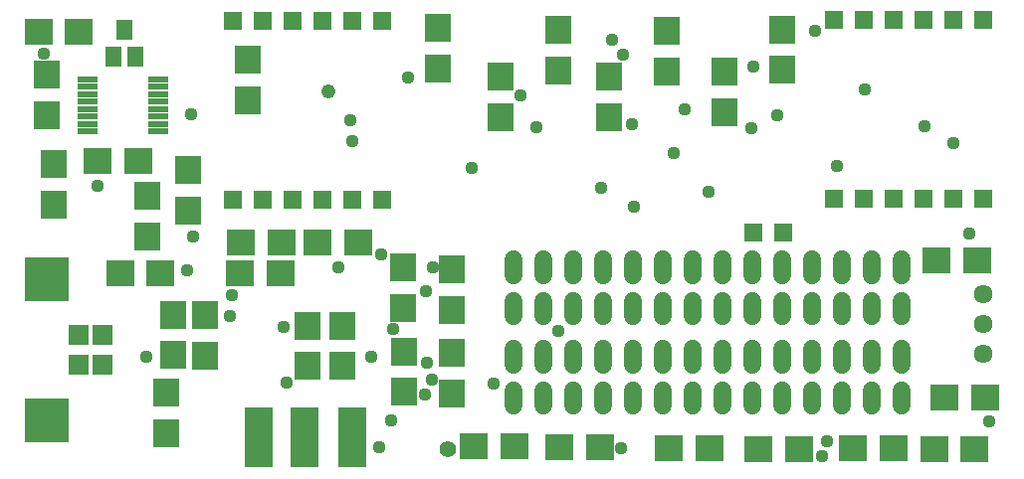
<source format=gbr>
G04 EAGLE Gerber RS-274X export*
G75*
%MOMM*%
%FSLAX34Y34*%
%LPD*%
%INSoldermask Bottom*%
%IPPOS*%
%AMOC8*
5,1,8,0,0,1.08239X$1,22.5*%
G01*
%ADD10R,1.511200X1.511200*%
%ADD11R,2.203200X2.403200*%
%ADD12R,2.403200X2.203200*%
%ADD13R,1.703200X0.609600*%
%ADD14C,1.524000*%
%ADD15C,1.611200*%
%ADD16R,3.719200X3.719200*%
%ADD17R,1.711200X1.711200*%
%ADD18R,2.403200X5.203200*%
%ADD19R,1.346200X1.727200*%
%ADD20C,1.117600*%
%ADD21C,1.422400*%
%ADD22C,1.219200*%


D10*
X331629Y629245D03*
X357029Y629245D03*
X382429Y629245D03*
X407829Y629245D03*
X433229Y629245D03*
X458629Y629245D03*
X458629Y781645D03*
X433229Y781645D03*
X407829Y781645D03*
X382429Y781645D03*
X357029Y781645D03*
X331629Y781645D03*
X842907Y629991D03*
X868307Y629991D03*
X893707Y629991D03*
X919107Y629991D03*
X944507Y629991D03*
X969907Y629991D03*
X969907Y782391D03*
X944507Y782391D03*
X919107Y782391D03*
X893707Y782391D03*
X868307Y782391D03*
X842907Y782391D03*
D11*
X275000Y465000D03*
X275000Y430500D03*
D12*
X537000Y419000D03*
X571500Y419000D03*
X702500Y417500D03*
X737000Y417500D03*
X963000Y417000D03*
X928500Y417000D03*
X270400Y566150D03*
X235900Y566150D03*
D11*
X173250Y735800D03*
X173250Y701300D03*
D12*
X338000Y566150D03*
X372500Y566150D03*
D11*
X281400Y496850D03*
X281400Y531350D03*
D12*
X216700Y662150D03*
X251200Y662150D03*
D11*
X518500Y570000D03*
X518500Y535500D03*
D13*
X268678Y731725D03*
X268678Y725375D03*
X268678Y719025D03*
X268678Y712675D03*
X268678Y706325D03*
X268678Y699975D03*
X268678Y693625D03*
X268678Y687275D03*
X208322Y687275D03*
X208322Y693625D03*
X208322Y699975D03*
X208322Y706325D03*
X208322Y712675D03*
X208322Y719025D03*
X208322Y725375D03*
X208322Y731725D03*
D14*
X570400Y467004D02*
X570400Y453796D01*
X595800Y453796D02*
X595800Y467004D01*
X621200Y467004D02*
X621200Y453796D01*
X646600Y453796D02*
X646600Y467004D01*
X672000Y467004D02*
X672000Y453796D01*
X697400Y453796D02*
X697400Y467004D01*
X722800Y467004D02*
X722800Y453796D01*
X748200Y453796D02*
X748200Y467004D01*
X773600Y467004D02*
X773600Y453796D01*
X799000Y453796D02*
X799000Y467004D01*
X824400Y467004D02*
X824400Y453796D01*
X849800Y453796D02*
X849800Y467004D01*
X875200Y467004D02*
X875200Y453796D01*
X900600Y453796D02*
X900600Y467004D01*
X900600Y529996D02*
X900600Y543204D01*
X875200Y543204D02*
X875200Y529996D01*
X849800Y529996D02*
X849800Y543204D01*
X824400Y543204D02*
X824400Y529996D01*
X799000Y529996D02*
X799000Y543204D01*
X773600Y543204D02*
X773600Y529996D01*
X748200Y529996D02*
X748200Y543204D01*
X722800Y543204D02*
X722800Y529996D01*
X697400Y529996D02*
X697400Y543204D01*
X672000Y543204D02*
X672000Y529996D01*
X646600Y529996D02*
X646600Y543204D01*
X621200Y543204D02*
X621200Y529996D01*
X595800Y529996D02*
X595800Y543204D01*
X570400Y543204D02*
X570400Y529996D01*
X570400Y564996D02*
X570400Y578204D01*
X595800Y578204D02*
X595800Y564996D01*
X621200Y564996D02*
X621200Y578204D01*
X646600Y578204D02*
X646600Y564996D01*
X672000Y564996D02*
X672000Y578204D01*
X697400Y578204D02*
X697400Y564996D01*
X722800Y564996D02*
X722800Y578204D01*
X748200Y578204D02*
X748200Y564996D01*
X773600Y564996D02*
X773600Y578204D01*
X799000Y578204D02*
X799000Y564996D01*
X824400Y564996D02*
X824400Y578204D01*
X849800Y578204D02*
X849800Y564996D01*
X875200Y564996D02*
X875200Y578204D01*
X900600Y578204D02*
X900600Y564996D01*
X900600Y502004D02*
X900600Y488796D01*
X875200Y488796D02*
X875200Y502004D01*
X849800Y502004D02*
X849800Y488796D01*
X824400Y488796D02*
X824400Y502004D01*
X799000Y502004D02*
X799000Y488796D01*
X773600Y488796D02*
X773600Y502004D01*
X748200Y502004D02*
X748200Y488796D01*
X722800Y488796D02*
X722800Y502004D01*
X697400Y502004D02*
X697400Y488796D01*
X672000Y488796D02*
X672000Y502004D01*
X646600Y502004D02*
X646600Y488796D01*
X621200Y488796D02*
X621200Y502004D01*
X595800Y502004D02*
X595800Y488796D01*
X570400Y488796D02*
X570400Y502004D01*
D11*
X308000Y496500D03*
X308000Y531000D03*
D15*
X969900Y548900D03*
X969900Y523500D03*
X969900Y498100D03*
D11*
X259100Y632600D03*
X259100Y598100D03*
X518500Y498500D03*
X518500Y464000D03*
D12*
X438500Y593000D03*
X404000Y593000D03*
X964800Y577400D03*
X930300Y577400D03*
X937500Y461000D03*
X972000Y461000D03*
D11*
X477500Y465500D03*
X477500Y500000D03*
X477000Y571500D03*
X477000Y537000D03*
D12*
X609500Y418500D03*
X644000Y418500D03*
D11*
X344300Y748700D03*
X344300Y714200D03*
X506200Y775450D03*
X506200Y740950D03*
X701150Y773150D03*
X701150Y738650D03*
X651850Y733950D03*
X651850Y699450D03*
X750150Y703700D03*
X750150Y738200D03*
X799400Y774250D03*
X799400Y739750D03*
X559500Y733950D03*
X559500Y699450D03*
X608600Y773800D03*
X608600Y739300D03*
D12*
X779000Y417000D03*
X813500Y417000D03*
X894000Y417500D03*
X859500Y417500D03*
X201000Y772500D03*
X166500Y772500D03*
D11*
X179400Y659600D03*
X179400Y625100D03*
D12*
X339000Y592500D03*
X373500Y592500D03*
D11*
X294050Y620200D03*
X294050Y654700D03*
X424600Y521900D03*
X424600Y487400D03*
X395000Y522000D03*
X395000Y487500D03*
D16*
X173500Y561600D03*
X173500Y441200D03*
D17*
X200600Y513900D03*
X200600Y488900D03*
X220750Y513700D03*
X220800Y488850D03*
D18*
X353800Y427000D03*
X392800Y427000D03*
X433800Y427000D03*
D10*
X774800Y601500D03*
X800200Y601500D03*
D19*
X249256Y751420D03*
X229952Y751420D03*
X239604Y774280D03*
D20*
X171150Y753425D03*
X422013Y571350D03*
X501650Y571500D03*
X293138Y569025D03*
D21*
X514550Y416850D03*
D20*
X975600Y440550D03*
X331000Y548250D03*
X296650Y701650D03*
X217100Y640650D03*
X258500Y495450D03*
X297888Y598025D03*
X329088Y529938D03*
X501350Y476038D03*
X374650Y520700D03*
X456600Y418600D03*
X449950Y495500D03*
X458225Y582775D03*
X495600Y463163D03*
X377825Y473075D03*
X554000Y472775D03*
X496600Y490538D03*
X495863Y551375D03*
X826813Y773113D03*
X774700Y742950D03*
X480500Y733425D03*
X919988Y691425D03*
X576663Y717950D03*
D22*
X413500Y721600D03*
D20*
X535000Y656200D03*
X707000Y669050D03*
X736200Y635850D03*
X663575Y752475D03*
X795113Y700813D03*
X433575Y679225D03*
X944850Y677050D03*
X869100Y722800D03*
X673488Y622963D03*
X645100Y638950D03*
X671663Y693300D03*
X772825Y689950D03*
X958400Y600275D03*
X845800Y657700D03*
X716300Y706200D03*
X431825Y697213D03*
X590138Y691000D03*
X832700Y410475D03*
X661988Y417513D03*
X837575Y423125D03*
X608363Y516988D03*
X468313Y519113D03*
X466350Y440988D03*
X654025Y765175D03*
M02*

</source>
